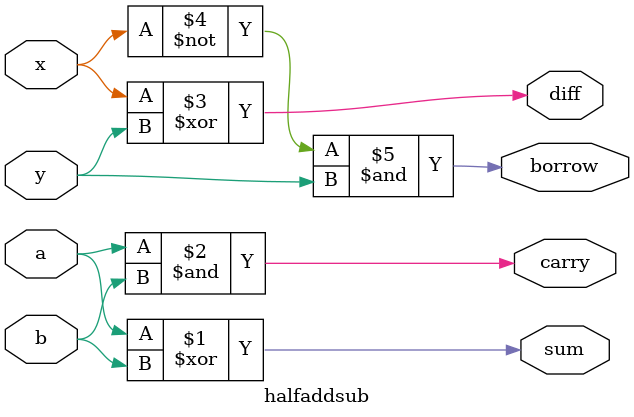
<source format=v>
module halfaddsub (
    input  wire a, b,      // adder inputs
    input  wire x, y,      // subtractor inputs
    output wire sum,       // adder sum
    output wire carry,     // adder carry
    output wire diff,      // subtractor difference
    output wire borrow     // subtractor borrow
);

    // Half Adder
    assign sum   = a ^ b;
    assign carry = a & b;

    // Half Subtractor
    assign diff   = x ^ y;
    assign borrow = (~x) & y;

endmodule
</source>
